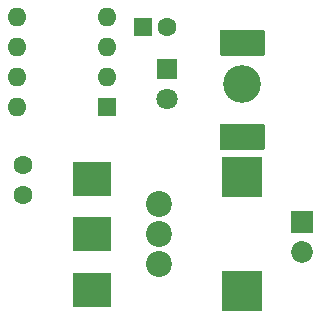
<source format=gbr>
%TF.GenerationSoftware,KiCad,Pcbnew,(5.1.9)-1*%
%TF.CreationDate,2021-03-03T01:22:35+00:00*%
%TF.ProjectId,555 Timer,35353520-5469-46d6-9572-2e6b69636164,rev?*%
%TF.SameCoordinates,Original*%
%TF.FileFunction,Soldermask,Bot*%
%TF.FilePolarity,Negative*%
%FSLAX46Y46*%
G04 Gerber Fmt 4.6, Leading zero omitted, Abs format (unit mm)*
G04 Created by KiCad (PCBNEW (5.1.9)-1) date 2021-03-03 01:22:35*
%MOMM*%
%LPD*%
G01*
G04 APERTURE LIST*
%ADD10C,1.600000*%
%ADD11R,1.600000X1.600000*%
%ADD12C,1.850000*%
%ADD13R,1.850000X1.850000*%
%ADD14C,2.200000*%
%ADD15R,3.500000X3.500000*%
%ADD16O,1.600000X1.600000*%
%ADD17R,3.300000X3.000000*%
%ADD18C,3.203200*%
%ADD19R,1.800000X1.800000*%
%ADD20C,1.800000*%
G04 APERTURE END LIST*
D10*
%TO.C,C2*%
X140938000Y-78994000D03*
D11*
X138938000Y-78994000D03*
%TD*%
D12*
%TO.C,J1*%
X152400000Y-98004000D03*
D13*
X152400000Y-95504000D03*
%TD*%
D14*
%TO.C,RV1*%
X140320000Y-99020000D03*
X140320000Y-96520000D03*
X140320000Y-94020000D03*
D15*
X147320000Y-101320000D03*
X147320000Y-91720000D03*
%TD*%
D11*
%TO.C,U1*%
X135890000Y-85725000D03*
D16*
X128270000Y-78105000D03*
X135890000Y-83185000D03*
X128270000Y-80645000D03*
X135890000Y-80645000D03*
X128270000Y-83185000D03*
X135890000Y-78105000D03*
X128270000Y-85725000D03*
%TD*%
D17*
%TO.C,SW1*%
X134620000Y-91820000D03*
X134620000Y-96520000D03*
X134620000Y-101220000D03*
%TD*%
D18*
%TO.C,J2*%
X147320000Y-83820000D03*
G36*
G01*
X149221600Y-79320000D02*
X149221600Y-81320000D01*
G75*
G02*
X149120000Y-81421600I-101600J0D01*
G01*
X145520000Y-81421600D01*
G75*
G02*
X145418400Y-81320000I0J101600D01*
G01*
X145418400Y-79320000D01*
G75*
G02*
X145520000Y-79218400I101600J0D01*
G01*
X149120000Y-79218400D01*
G75*
G02*
X149221600Y-79320000I0J-101600D01*
G01*
G37*
G36*
G01*
X149221600Y-87320000D02*
X149221600Y-89320000D01*
G75*
G02*
X149120000Y-89421600I-101600J0D01*
G01*
X145520000Y-89421600D01*
G75*
G02*
X145418400Y-89320000I0J101600D01*
G01*
X145418400Y-87320000D01*
G75*
G02*
X145520000Y-87218400I101600J0D01*
G01*
X149120000Y-87218400D01*
G75*
G02*
X149221600Y-87320000I0J-101600D01*
G01*
G37*
%TD*%
D19*
%TO.C,D1*%
X140970000Y-82550000D03*
D20*
X140970000Y-85090000D03*
%TD*%
D10*
%TO.C,C1*%
X128778000Y-93218000D03*
X128778000Y-90718000D03*
%TD*%
M02*

</source>
